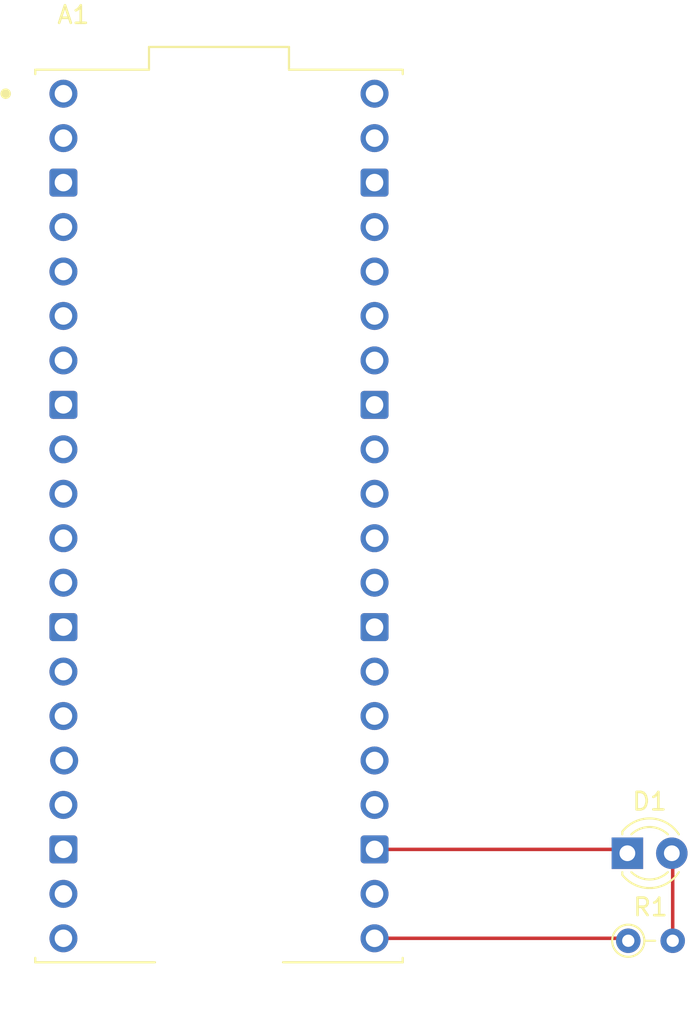
<source format=kicad_pcb>
(kicad_pcb (version 20241229) (generator "pcbnew") (generator_version "9.0")
  (layers (0 "F.Cu" signal) (2 "B.Cu" signal) (13 "F.Paste" user) (15 "B.Paste" user) (5 "F.SilkS" user "F.Silkscreen") (7 "B.SilkS" user "B.Silkscreen") (1 "F.Mask" user) (3 "B.Mask" user) (25 "Edge.Cuts" user))
  (net 0 "")
  (net 1 "GND")
  (net 10 "VBUS")
  (net 17 "+5V")
  (net 22 "+3V3")
  (net 27 "Net-(A1-GP16)")
  (net 34 "Net-(D1-A)")
  (footprint "pico_w:MODULE_SC0918" (layer "F.Cu") (at 163.39 106.23)
    (property "Reference" "A1" (at -8.325 -28.635 0) (layer "F.SilkS"))
    (property "Value" "SC0918")
    (fp_line (start -10.5 -25.5) (end -4 -25.5) (stroke (width 0.127)) (layer "F.SilkS"))
    (fp_line (start -10.5 -25.25) (end -10.5 -25.5) (stroke (width 0.127)) (layer "F.SilkS"))
    (fp_line (start -10.5 25.5) (end -10.5 25.25) (stroke (width 0.127)) (layer "F.SilkS"))
    (fp_line (start -4 -26.8) (end 4 -26.8) (stroke (width 0.127)) (layer "F.SilkS"))
    (fp_line (start -4 -25.5) (end -4 -26.8) (stroke (width 0.127)) (layer "F.SilkS"))
    (fp_line (start -3.66 25.5) (end -10.5 25.5) (stroke (width 0.127)) (layer "F.SilkS"))
    (fp_line (start 4 -26.8) (end 4 -25.5) (stroke (width 0.127)) (layer "F.SilkS"))
    (fp_line (start 4 -25.5) (end 10.5 -25.5) (stroke (width 0.127)) (layer "F.SilkS"))
    (fp_line (start 10.5 -25.5) (end 10.5 -25.25) (stroke (width 0.127)) (layer "F.SilkS"))
    (fp_line (start 10.5 25.5) (end 3.66 25.5) (stroke (width 0.127)) (layer "F.SilkS"))
    (fp_line (start 10.5 25.5) (end 10.5 25.25) (stroke (width 0.127)) (layer "F.SilkS"))
    (fp_circle (center -12.19 -24.13) (end -11.99 -24.13) (stroke (width 0.2)) (fill yes) (layer "F.SilkS"))
    (pad "1" thru_hole circle (at -8.89 -24.13) (size 1.6 1.6) (drill 1) (layers "*.Cu" "*.Mask"))
    (pad "2" thru_hole circle (at -8.89 -21.59) (size 1.6 1.6) (drill 1) (layers "*.Cu" "*.Mask"))
    (pad "3" thru_hole roundrect (at -8.89 -19.05) (size 1.6 1.6) (drill 1) (layers "*.Cu" "*.Mask") (roundrect_rratio 0.125) (net 1 "GND"))
    (pad "4" thru_hole circle (at -8.89 -16.51) (size 1.6 1.6) (drill 1) (layers "*.Cu" "*.Mask"))
    (pad "5" thru_hole circle (at -8.89 -13.97) (size 1.6 1.6) (drill 1) (layers "*.Cu" "*.Mask"))
    (pad "6" thru_hole circle (at -8.89 -11.43) (size 1.6 1.6) (drill 1) (layers "*.Cu" "*.Mask"))
    (pad "7" thru_hole circle (at -8.89 -8.89) (size 1.6 1.6) (drill 1) (layers "*.Cu" "*.Mask"))
    (pad "8" thru_hole roundrect (at -8.89 -6.35) (size 1.6 1.6) (drill 1) (layers "*.Cu" "*.Mask") (roundrect_rratio 0.125) (net 1 "GND"))
    (pad "9" thru_hole circle (at -8.89 -3.81) (size 1.6 1.6) (drill 1) (layers "*.Cu" "*.Mask"))
    (pad "10" thru_hole circle (at -8.89 -1.27) (size 1.6 1.6) (drill 1) (layers "*.Cu" "*.Mask"))
    (pad "11" thru_hole circle (at -8.89 1.27) (size 1.6 1.6) (drill 1) (layers "*.Cu" "*.Mask"))
    (pad "12" thru_hole circle (at -8.89 3.81) (size 1.6 1.6) (drill 1) (layers "*.Cu" "*.Mask"))
    (pad "13" thru_hole roundrect (at -8.89 6.35) (size 1.6 1.6) (drill 1) (layers "*.Cu" "*.Mask") (roundrect_rratio 0.125) (net 1 "GND"))
    (pad "14" thru_hole circle (at -8.89 8.89) (size 1.6 1.6) (drill 1) (layers "*.Cu" "*.Mask"))
    (pad "15" thru_hole circle (at -8.89 11.43) (size 1.6 1.6) (drill 1) (layers "*.Cu" "*.Mask"))
    (pad "16" thru_hole circle (at -8.848119 13.97) (size 1.6 1.6) (drill 1) (layers "*.Cu" "*.Mask"))
    (pad "17" thru_hole circle (at -8.89 16.51) (size 1.6 1.6) (drill 1) (layers "*.Cu" "*.Mask"))
    (pad "18" thru_hole roundrect (at -8.89 19.05) (size 1.6 1.6) (drill 1) (layers "*.Cu" "*.Mask") (roundrect_rratio 0.125) (net 1 "GND"))
    (pad "19" thru_hole circle (at -8.89 21.59) (size 1.6 1.6) (drill 1) (layers "*.Cu" "*.Mask"))
    (pad "20" thru_hole circle (at -8.89 24.13) (size 1.6 1.6) (drill 1) (layers "*.Cu" "*.Mask"))
    (pad "21" thru_hole circle (at 8.89 24.13) (size 1.6 1.6) (drill 1) (layers "*.Cu" "*.Mask") (net 27 "Net-(A1-GP16)"))
    (pad "22" thru_hole circle (at 8.89 21.59) (size 1.6 1.6) (drill 1) (layers "*.Cu" "*.Mask"))
    (pad "23" thru_hole roundrect (at 8.89 19.05) (size 1.6 1.6) (drill 1) (layers "*.Cu" "*.Mask") (roundrect_rratio 0.125) (net 1 "GND"))
    (pad "24" thru_hole circle (at 8.89 16.51) (size 1.6 1.6) (drill 1) (layers "*.Cu" "*.Mask"))
    (pad "25" thru_hole circle (at 8.89 13.97) (size 1.6 1.6) (drill 1) (layers "*.Cu" "*.Mask"))
    (pad "26" thru_hole circle (at 8.89 11.43) (size 1.6 1.6) (drill 1) (layers "*.Cu" "*.Mask"))
    (pad "27" thru_hole circle (at 8.89 8.89) (size 1.6 1.6) (drill 1) (layers "*.Cu" "*.Mask"))
    (pad "28" thru_hole roundrect (at 8.89 6.35) (size 1.6 1.6) (drill 1) (layers "*.Cu" "*.Mask") (roundrect_rratio 0.125) (net 1 "GND"))
    (pad "29" thru_hole circle (at 8.89 3.81) (size 1.6 1.6) (drill 1) (layers "*.Cu" "*.Mask"))
    (pad "30" thru_hole circle (at 8.89 1.27) (size 1.6 1.6) (drill 1) (layers "*.Cu" "*.Mask"))
    (pad "31" thru_hole circle (at 8.89 -1.27) (size 1.6 1.6) (drill 1) (layers "*.Cu" "*.Mask"))
    (pad "32" thru_hole circle (at 8.89 -3.81) (size 1.6 1.6) (drill 1) (layers "*.Cu" "*.Mask"))
    (pad "33" thru_hole roundrect (at 8.89 -6.35) (size 1.6 1.6) (drill 1) (layers "*.Cu" "*.Mask") (roundrect_rratio 0.125) (net 1 "GND"))
    (pad "34" thru_hole circle (at 8.89 -8.89) (size 1.6 1.6) (drill 1) (layers "*.Cu" "*.Mask"))
    (pad "35" thru_hole circle (at 8.89 -11.43) (size 1.6 1.6) (drill 1) (layers "*.Cu" "*.Mask"))
    (pad "36" thru_hole circle (at 8.89 -13.97) (size 1.6 1.6) (drill 1) (layers "*.Cu" "*.Mask") (net 22 "+3V3"))
    (pad "37" thru_hole circle (at 8.89 -16.51) (size 1.6 1.6) (drill 1) (layers "*.Cu" "*.Mask"))
    (pad "38" thru_hole roundrect (at 8.89 -19.05) (size 1.6 1.6) (drill 1) (layers "*.Cu" "*.Mask") (roundrect_rratio 0.125) (net 1 "GND"))
    (pad "39" thru_hole circle (at 8.89 -21.59) (size 1.6 1.6) (drill 1) (layers "*.Cu" "*.Mask") (net 17 "+5V"))
    (pad "40" thru_hole circle (at 8.89 -24.13) (size 1.6 1.6) (drill 1) (layers "*.Cu" "*.Mask") (net 10 "VBUS"))
  )
  (footprint "LED_THT:LED_D3.0mm" (layer "F.Cu") (at 186.73 125.5)
    (property "Reference" "D1" (at 1.27 -2.96 0) (layer "F.SilkS"))
    (property "Value" "LED")
    (fp_line (start -0.29 -1.236) (end -0.29 -1.08) (stroke (width 0.12)) (layer "F.SilkS"))
    (fp_line (start -0.29 1.08) (end -0.29 1.236) (stroke (width 0.12)) (layer "F.SilkS"))
    (fp_arc (start -0.29 -1.235516) (mid 1.36566 -1.987699) (end 2.941437 -1.08) (stroke (width 0.12)) (layer "F.SilkS"))
    (fp_arc (start 0.229039 -1.08) (mid 1.27 -1.5) (end 2.310961 -1.08) (stroke (width 0.12)) (layer "F.SilkS"))
    (fp_arc (start 2.310961 1.08) (mid 1.27 1.5) (end 0.229039 1.08) (stroke (width 0.12)) (layer "F.SilkS"))
    (fp_arc (start 2.941437 1.08) (mid 1.36566 1.987699) (end -0.29 1.235516) (stroke (width 0.12)) (layer "F.SilkS"))
    (pad "1" thru_hole rect (at 0 0) (size 1.8 1.8) (drill 0.9) (layers "*.Cu" "*.Mask") (net 1 "GND"))
    (pad "2" thru_hole circle (at 2.54 0) (size 1.8 1.8) (drill 0.9) (layers "*.Cu" "*.Mask") (net 34 "Net-(D1-A)"))
  )
  (footprint "Resistor_THT:R_Axial_DIN0204_L3.6mm_D1.6mm_P2.54mm_Vertical" (layer "F.Cu") (at 186.78 130.5)
    (property "Reference" "R1" (at 1.27 -1.92 0) (layer "F.SilkS"))
    (property "Value" "R")
    (fp_line (start 0.92 0) (end 1.54 0) (stroke (width 0.12)) (layer "F.SilkS"))
    (fp_circle (center 0 0) (end 0.92 0) (stroke (width 0.12)) (fill no) (layer "F.SilkS"))
    (pad "1" thru_hole circle (at 0 0) (size 1.4 1.4) (drill 0.7) (layers "*.Cu" "*.Mask") (net 27 "Net-(A1-GP16)"))
    (pad "2" thru_hole circle (at 2.54 0) (size 1.4 1.4) (drill 0.7) (layers "*.Cu" "*.Mask") (net 34 "Net-(D1-A)"))
  )
  (segment (start 172.28 125.28) (end 186.51 125.28) (width 0.2) (layer "F.Cu") (net 1))
  (segment (start 186.51 125.28) (end 186.73 125.5) (width 0.2) (layer "F.Cu") (net 1))
  (segment (start 186.64 130.36) (end 186.78 130.5) (width 0.2) (layer "F.Cu") (net 27))
  (segment (start 172.28 130.36) (end 186.64 130.36) (width 0.2) (layer "F.Cu") (net 27))
  (segment (start 189.32 125.55) (end 189.27 125.5) (width 0.2) (layer "F.Cu") (net 34))
  (segment (start 189.32 130.5) (end 189.32 125.55) (width 0.2) (layer "F.Cu") (net 34))
)
</source>
